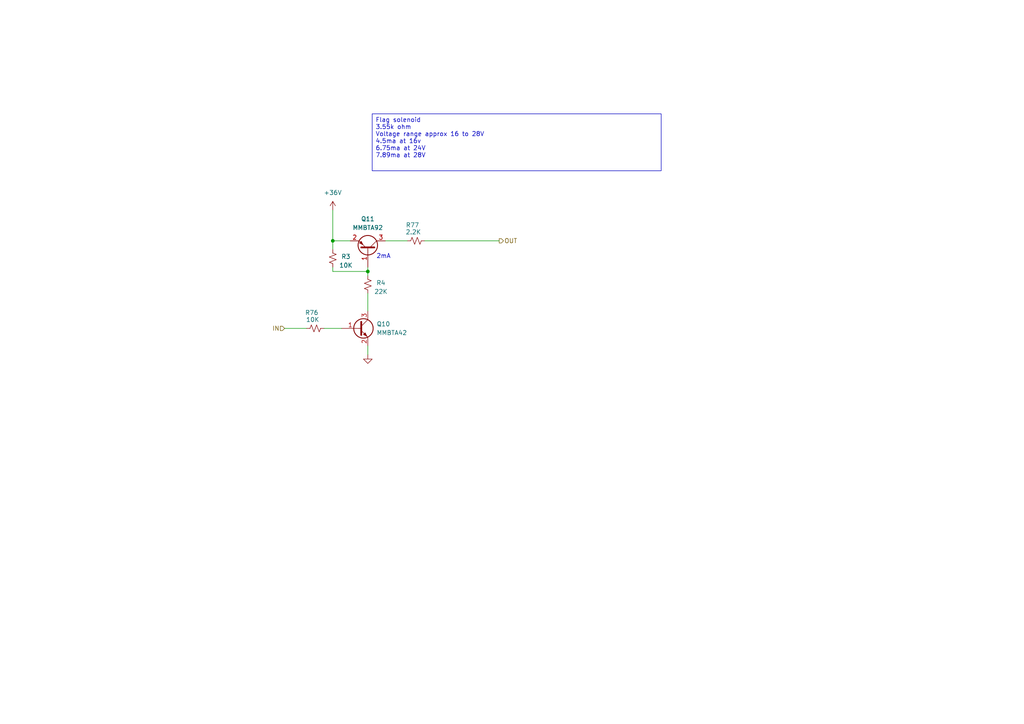
<source format=kicad_sch>
(kicad_sch (version 20250114) (generator "eeschema") (generator_version "9.0")
  (paper "A4")
  (lib_symbols
    (symbol "Device:R_Small_US" (pin_numbers (hide yes)) (pin_names (offset 0.254) (hide yes))
      (property "Reference" "R" (at 0.762 0.508 0))
      (property "Value" "R_Small_US" (at 0.762 -1.016 0))
      (symbol "R_Small_US_1_1"
        (polyline (pts (xy 0 1.524) (xy 1.016 1.143) (xy 0 0.762) (xy -1.016 0.381) (xy 0 0)))
        (polyline (pts (xy 0 0) (xy 1.016 -0.381) (xy 0 -0.762) (xy -1.016 -1.143) (xy 0 -1.524)))
        (pin passive line (at 0 2.54 270) (length 1.016) (name "~") (number "1"))
        (pin passive line (at 0 -2.54 90) (length 1.016) (name "~") (number "2"))
      )
    )
    (symbol "Transistor_BJT:MMBTA42" (pin_names (offset 0) (hide yes))
      (property "Reference" "Q" (at 5.08 1.905 0))
      (property "Value" "MMBTA42" (at 5.08 0 0))
      (symbol "MMBTA42_0_1"
        (polyline (pts (xy 0 0) (xy 0.635 0)))
        (polyline (pts (xy 0.635 1.905) (xy 0.635 -1.905) (xy 0.635 -1.905)) (stroke (width 0.508)))
        (polyline (pts (xy 0.635 0.635) (xy 2.54 2.54)))
        (polyline (pts (xy 0.635 -0.635) (xy 2.54 -2.54) (xy 2.54 -2.54)))
        (circle (center 1.27 0) (radius 2.8194) (stroke (width 0.254)))
        (polyline (pts (xy 1.27 -1.778) (xy 1.778 -1.27) (xy 2.286 -2.286) (xy 1.27 -1.778) (xy 1.27 -1.778)) (fill (type outline)))
      )
      (symbol "MMBTA42_1_1"
        (pin input line (at -5.08 0 0) (length 5.08) (name "B") (number "1"))
        (pin passive line (at 2.54 5.08 270) (length 2.54) (name "C") (number "3"))
        (pin passive line (at 2.54 -5.08 90) (length 2.54) (name "E") (number "2"))
      )
    )
    (symbol "Transistor_BJT:MMBTA92" (pin_names (offset 0) (hide yes))
      (property "Reference" "Q" (at 5.08 1.905 0))
      (property "Value" "MMBTA92" (at 5.08 0 0))
      (symbol "MMBTA92_0_1"
        (polyline (pts (xy 0 0) (xy 0.635 0)))
        (polyline (pts (xy 0.635 1.905) (xy 0.635 -1.905) (xy 0.635 -1.905)) (stroke (width 0.508)) (fill (type outline)))
        (circle (center 1.27 0) (radius 2.8194) (stroke (width 0.254)))
        (polyline (pts (xy 1.905 -2.413) (xy 2.413 -1.905) (xy 1.397 -1.397) (xy 1.905 -2.413) (xy 1.905 -2.413)) (fill (type outline)))
        (polyline (pts (xy 2.54 2.54) (xy 0.635 0.635)))
        (polyline (pts (xy 2.54 -2.54) (xy 0.635 -0.635)))
      )
      (symbol "MMBTA92_1_1"
        (pin input line (at -5.08 0 0) (length 5.08) (name "B") (number "1"))
        (pin passive line (at 2.54 5.08 270) (length 2.54) (name "C") (number "3"))
        (pin passive line (at 2.54 -5.08 90) (length 2.54) (name "E") (number "2"))
      )
    )
    (symbol "power:+36V" (power) (pin_numbers (hide yes)) (pin_names (offset 0) (hide yes))
      (property "Value" "+36V" (at 0 3.556 0))
      (symbol "+36V_0_1"
        (polyline (pts (xy -0.762 1.27) (xy 0 2.54)))
        (polyline (pts (xy 0 2.54) (xy 0.762 1.27)))
        (polyline (pts (xy 0 0) (xy 0 2.54)))
      )
      (symbol "+36V_1_1"
        (pin power_in line (at 0 0 90) (length 0) (name "~") (number "1"))
      )
    )
    (symbol "power:GND" (power) (pin_numbers (hide yes)) (pin_names (offset 0) (hide yes))
      (property "Value" "GND" (at 0 -3.81 0))
      (symbol "GND_0_1"
        (polyline (pts (xy 0 0) (xy 0 -1.27) (xy 1.27 -1.27) (xy 0 -2.54) (xy -1.27 -1.27) (xy 0 -1.27)))
      )
      (symbol "GND_1_1"
        (pin power_in line (at 0 0 270) (length 0) (name "~") (number "1"))
      )
    )
  )
  (text "2mA" (at 111.252 74.422 0) (effects (font (size 1.27 1.27))))
  (text_box "Flag solenoid\n3.55k ohm\nVoltage range approx 16 to 28V\n4.5ma at 16v\n6.75ma at 24V\n7.89ma at 28V" (at 107.95 33.02 0) (size 83.82 16.51) (margins 0.9525 0.9525 0.9525 0.9525) (effects (font (size 1.27 1.27)) (justify left top)))
  (junction (at 96.52 69.85))
  (junction (at 106.68 78.74))
  (wire (pts (xy 96.52 69.85) (xy 101.6 69.85)))
  (wire (pts (xy 106.68 77.47) (xy 106.68 78.74)))
  (wire (pts (xy 111.76 69.85) (xy 118.11 69.85)))
  (wire (pts (xy 96.52 77.47) (xy 96.52 78.74)))
  (wire (pts (xy 82.55 95.25) (xy 88.9 95.25)))
  (wire (pts (xy 96.52 69.85) (xy 96.52 72.39)))
  (wire (pts (xy 106.68 78.74) (xy 106.68 80.01)))
  (wire (pts (xy 106.68 102.87) (xy 106.68 100.33)))
  (wire (pts (xy 123.19 69.85) (xy 144.78 69.85)))
  (wire (pts (xy 106.68 85.09) (xy 106.68 90.17)))
  (wire (pts (xy 96.52 78.74) (xy 106.68 78.74)))
  (wire (pts (xy 96.52 60.96) (xy 96.52 69.85)))
  (wire (pts (xy 93.98 95.25) (xy 99.06 95.25)))
  (hierarchical_label "OUT" (shape output) (at 144.78 69.85 0))
  (hierarchical_label "IN" (shape input) (at 82.55 95.25 180))
  (symbol (lib_id "power:+36V") (at 96.52 60.96 0) (unit 1)
    (property "Reference" "#PWR0123" (effects (hide yes)))
    (property "Value" "+36V" (at 96.52 55.88 0))
    (property "Description" "Power symbol creates a global label with name \"+36V\"" (effects (hide yes)))
  )
  (symbol (lib_id "power:GND") (at 106.68 102.87 0) (unit 1)
    (property "Reference" "#PWR0124" (effects (hide yes)))
    (property "Value" "GND" (effects (hide yes)))
    (property "Description" "Power symbol creates a global label with name \"GND\" , ground" (effects (hide yes)))
  )
  (symbol (lib_id "Device:R_Small_US") (at 91.44 95.25 270) (unit 1)
    (property "Reference" "R76" (at 90.424 90.678 90))
    (property "Value" "10K" (at 90.678 92.71 90))
    (property "Footprint" "Resistor_SMD:R_0603_1608Metric" (effects (hide yes)))
    (property "Description" "Resistor, small US symbol" (effects (hide yes)))
  )
  (symbol (lib_id "Transistor_BJT:MMBTA42") (at 104.14 95.25 0) (unit 1)
    (property "Reference" "Q10" (at 109.22 93.9799 0) (effects (justify left)))
    (property "Value" "MMBTA42" (at 109.22 96.5199 0) (effects (justify left)))
    (property "Footprint" "Package_TO_SOT_SMD:SOT-23" (effects (hide yes)))
    (property "Datasheet" "https://www.onsemi.com/pub/Collateral/MMBTA42LT1-D.PDF" (effects (hide yes)))
    (property "Description" "0.5A Ic, 300V Vce, NPN High Voltage Transistor, SOT-23" (effects (hide yes)))
  )
  (symbol (lib_id "Device:R_Small_US") (at 120.65 69.85 270) (unit 1)
    (property "Reference" "R77" (at 119.634 65.278 90))
    (property "Value" "2.2K" (at 119.888 67.31 90))
    (property "Footprint" "Resistor_SMD:R_0603_1608Metric" (effects (hide yes)))
    (property "Description" "Resistor, small US symbol" (effects (hide yes)))
  )
  (symbol (lib_id "Device:R_Small_US") (at 106.68 82.55 180) (unit 1)
    (property "Reference" "R4" (at 110.49 82.042 0))
    (property "Value" "22K" (at 110.49 84.582 0))
    (property "Footprint" "Resistor_SMD:R_0603_1608Metric" (effects (hide yes)))
    (property "Description" "Resistor, small US symbol" (effects (hide yes)))
  )
  (symbol (lib_id "Transistor_BJT:MMBTA92") (at 106.68 72.39 270) (mirror x) (unit 1)
    (property "Reference" "Q11" (at 106.68 63.5 90))
    (property "Value" "MMBTA92" (at 106.68 66.04 90))
    (property "Footprint" "Package_TO_SOT_SMD:SOT-23" (effects (hide yes)))
    (property "Datasheet" "https://www.onsemi.com/pub/Collateral/MMBTA92LT1-D.PDF" (effects (hide yes)))
    (property "Description" "0.5A Ic, 300V Vce, PNP High Voltage Transistor, SOT-23" (effects (hide yes)))
  )
  (symbol (lib_id "Device:R_Small_US") (at 96.52 74.93 180) (unit 1)
    (property "Reference" "R3" (at 100.33 74.422 0))
    (property "Value" "10K" (at 100.33 76.962 0))
    (property "Footprint" "Resistor_SMD:R_0603_1608Metric" (effects (hide yes)))
    (property "Description" "Resistor, small US symbol" (effects (hide yes)))
  )
)
</source>
